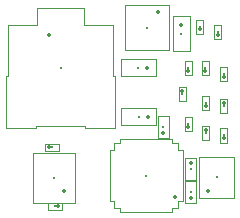
<source format=gbr>
%TF.GenerationSoftware,KiCad,Pcbnew,9.0.4*%
%TF.CreationDate,2025-09-06T17:54:45-07:00*%
%TF.ProjectId,Putting_Device,50757474-696e-4675-9f44-65766963652e,rev?*%
%TF.SameCoordinates,Original*%
%TF.FileFunction,Component,L1,Top*%
%TF.FilePolarity,Positive*%
%FSLAX46Y46*%
G04 Gerber Fmt 4.6, Leading zero omitted, Abs format (unit mm)*
G04 Created by KiCad (PCBNEW 9.0.4) date 2025-09-06 17:54:45*
%MOMM*%
%LPD*%
G01*
G04 APERTURE LIST*
%TA.AperFunction,ComponentMain*%
%ADD10C,0.300000*%
%TD*%
%TA.AperFunction,ComponentOutline,Courtyard*%
%ADD11C,0.100000*%
%TD*%
%TA.AperFunction,ComponentPin*%
%ADD12P,0.360000X4X0.000000*%
%TD*%
%TA.AperFunction,ComponentPin*%
%ADD13C,0.100000*%
%TD*%
G04 APERTURE END LIST*
D10*
%TO.C,C2*%
%TO.CFtp,C_01005_0402Metric*%
%TO.CVal,18pF*%
%TO.CLbN,Capacitor_SMD*%
%TO.CMnt,SMD*%
%TO.CRot,180*%
X130525000Y-73841310D03*
D11*
X131120000Y-73546310D02*
X131120000Y-74136310D01*
X129930000Y-74136310D01*
X129930000Y-73546310D01*
X131120000Y-73546310D01*
D12*
%TO.P,C2,1*%
X130775000Y-73841310D03*
D13*
%TO.P,C2,2*%
X130275000Y-73841310D03*
%TD*%
D10*
%TO.C,C11*%
%TO.CFtp,C_01005_0402Metric*%
%TO.CVal,0.1µF*%
%TO.CLbN,Capacitor_SMD*%
%TO.CMnt,SMD*%
%TO.CRot,90*%
X144800000Y-62616310D03*
D11*
X145095000Y-62021310D02*
X145095000Y-63211310D01*
X144505000Y-63211310D01*
X144505000Y-62021310D01*
X145095000Y-62021310D01*
D12*
%TO.P,C11,1*%
X144800000Y-62866310D03*
D13*
%TO.P,C11,2*%
X144800000Y-62366310D03*
%TD*%
D10*
%TO.C,C16*%
%TO.CFtp,C_01005_0402Metric*%
%TO.CVal,0.1µF*%
%TO.CLbN,Capacitor_SMD*%
%TO.CMnt,SMD*%
%TO.CRot,90*%
X144800000Y-67841310D03*
D11*
X145095000Y-67246310D02*
X145095000Y-68436310D01*
X144505000Y-68436310D01*
X144505000Y-67246310D01*
X145095000Y-67246310D01*
D12*
%TO.P,C16,1*%
X144800000Y-68091310D03*
D13*
%TO.P,C16,2*%
X144800000Y-67591310D03*
%TD*%
D10*
%TO.C,C15*%
%TO.CFtp,C_01005_0402Metric*%
%TO.CVal,0.1µF*%
%TO.CLbN,Capacitor_SMD*%
%TO.CMnt,SMD*%
%TO.CRot,90*%
X144300000Y-59116310D03*
D11*
X144595000Y-58521310D02*
X144595000Y-59711310D01*
X144005000Y-59711310D01*
X144005000Y-58521310D01*
X144595000Y-58521310D01*
D12*
%TO.P,C15,1*%
X144300000Y-59366310D03*
D13*
%TO.P,C15,2*%
X144300000Y-58866310D03*
%TD*%
D10*
%TO.C,C14*%
%TO.CFtp,C_01005_0402Metric*%
%TO.CVal,0.1µF*%
%TO.CLbN,Capacitor_SMD*%
%TO.CMnt,SMD*%
%TO.CRot,90*%
X142800000Y-58616310D03*
D11*
X143095000Y-58021310D02*
X143095000Y-59211310D01*
X142505000Y-59211310D01*
X142505000Y-58021310D01*
X143095000Y-58021310D01*
D12*
%TO.P,C14,1*%
X142800000Y-58866310D03*
D13*
%TO.P,C14,2*%
X142800000Y-58366310D03*
%TD*%
D10*
%TO.C,C12*%
%TO.CFtp,C_01005_0402Metric*%
%TO.CVal,0.1µF*%
%TO.CLbN,Capacitor_SMD*%
%TO.CMnt,SMD*%
%TO.CRot,90*%
X143250000Y-62166310D03*
D11*
X143545000Y-61571310D02*
X143545000Y-62761310D01*
X142955000Y-62761310D01*
X142955000Y-61571310D01*
X143545000Y-61571310D01*
D12*
%TO.P,C12,1*%
X143250000Y-62416310D03*
D13*
%TO.P,C12,2*%
X143250000Y-61916310D03*
%TD*%
D10*
%TO.C,C7*%
%TO.CFtp,C_01005_0402Metric*%
%TO.CVal,0.1µF*%
%TO.CLbN,Capacitor_SMD*%
%TO.CMnt,SMD*%
%TO.CRot,90*%
X141800000Y-66841310D03*
D11*
X142095000Y-66246310D02*
X142095000Y-67436310D01*
X141505000Y-67436310D01*
X141505000Y-66246310D01*
X142095000Y-66246310D01*
D12*
%TO.P,C7,1*%
X141800000Y-67091310D03*
D13*
%TO.P,C7,2*%
X141800000Y-66591310D03*
%TD*%
D10*
%TO.C,C10*%
%TO.CFtp,C_01005_0402Metric*%
%TO.CVal,0.1µF*%
%TO.CLbN,Capacitor_SMD*%
%TO.CMnt,SMD*%
%TO.CRot,-90*%
X141300000Y-64341310D03*
D11*
X141595000Y-63746310D02*
X141595000Y-64936310D01*
X141005000Y-64936310D01*
X141005000Y-63746310D01*
X141595000Y-63746310D01*
D12*
%TO.P,C10,1*%
X141300000Y-64091310D03*
D13*
%TO.P,C10,2*%
X141300000Y-64591310D03*
%TD*%
D10*
%TO.C,C6*%
%TO.CFtp,C_01005_0402Metric*%
%TO.CVal,0.1µF*%
%TO.CLbN,Capacitor_SMD*%
%TO.CMnt,SMD*%
%TO.CRot,-90*%
X143300000Y-67591310D03*
D11*
X143595000Y-66996310D02*
X143595000Y-68186310D01*
X143005000Y-68186310D01*
X143005000Y-66996310D01*
X143595000Y-66996310D01*
D12*
%TO.P,C6,1*%
X143300000Y-67341310D03*
D13*
%TO.P,C6,2*%
X143300000Y-67841310D03*
%TD*%
D10*
%TO.C,C13*%
%TO.CFtp,C_01005_0402Metric*%
%TO.CVal,0.1µF*%
%TO.CLbN,Capacitor_SMD*%
%TO.CMnt,SMD*%
%TO.CRot,90*%
X141800000Y-62116310D03*
D11*
X142095000Y-61521310D02*
X142095000Y-62711310D01*
X141505000Y-62711310D01*
X141505000Y-61521310D01*
X142095000Y-61521310D01*
D12*
%TO.P,C13,1*%
X141800000Y-62366310D03*
D13*
%TO.P,C13,2*%
X141800000Y-61866310D03*
%TD*%
D10*
%TO.C,C1*%
%TO.CFtp,C_01005_0402Metric*%
%TO.CVal,18pF*%
%TO.CLbN,Capacitor_SMD*%
%TO.CMnt,SMD*%
%TO.CRot,0*%
X130300000Y-68841310D03*
D11*
X130895000Y-68546310D02*
X130895000Y-69136310D01*
X129705000Y-69136310D01*
X129705000Y-68546310D01*
X130895000Y-68546310D01*
D12*
%TO.P,C1,1*%
X130050000Y-68841310D03*
D13*
%TO.P,C1,2*%
X130550000Y-68841310D03*
%TD*%
D10*
%TO.C,C9*%
%TO.CFtp,C_01005_0402Metric*%
%TO.CVal,0.1µF*%
%TO.CLbN,Capacitor_SMD*%
%TO.CMnt,SMD*%
%TO.CRot,90*%
X143300000Y-65091310D03*
D11*
X143595000Y-64496310D02*
X143595000Y-65686310D01*
X143005000Y-65686310D01*
X143005000Y-64496310D01*
X143595000Y-64496310D01*
D12*
%TO.P,C9,1*%
X143300000Y-65341310D03*
D13*
%TO.P,C9,2*%
X143300000Y-64841310D03*
%TD*%
D10*
%TO.C,C8*%
%TO.CFtp,C_01005_0402Metric*%
%TO.CVal,0.1µF*%
%TO.CLbN,Capacitor_SMD*%
%TO.CMnt,SMD*%
%TO.CRot,-90*%
X144800000Y-65341310D03*
D11*
X145095000Y-64746310D02*
X145095000Y-65936310D01*
X144505000Y-65936310D01*
X144505000Y-64746310D01*
X145095000Y-64746310D01*
D12*
%TO.P,C8,1*%
X144800000Y-65091310D03*
D13*
%TO.P,C8,2*%
X144800000Y-65591310D03*
%TD*%
D10*
%TO.C,R3*%
%TO.CFtp,R_0402_1005Metric*%
%TO.CVal,4.7kΩ*%
%TO.CLbN,Resistor_SMD*%
%TO.CMnt,SMD*%
%TO.CRot,90*%
X142012500Y-72641310D03*
D11*
X142477500Y-71716310D02*
X142477500Y-73566310D01*
X141547500Y-73566310D01*
X141547500Y-71716310D01*
X142477500Y-71716310D01*
D12*
%TO.P,R3,1*%
X142012500Y-73151310D03*
D13*
%TO.P,R3,2*%
X142012500Y-72131310D03*
%TD*%
D10*
%TO.C,U2*%
%TO.CFtp,LGA-14_3x2.5mm_P0.5mm_LayoutBorder3x4y*%
%TO.CVal,LSM6DS3*%
%TO.CLbN,Package_LGA*%
%TO.CMnt,SMD*%
%TO.CRot,90*%
X144200000Y-71391310D03*
D11*
X145695000Y-69646310D02*
X145695000Y-73136310D01*
X142705000Y-73136310D01*
X142705000Y-69646310D01*
X145695000Y-69646310D01*
D12*
%TO.P,U2,1,SDO/SA0*%
X143450000Y-72553810D03*
D13*
%TO.P,U2,2,SDX*%
X143950000Y-72553810D03*
%TO.P,U2,3,SCX*%
X144450000Y-72553810D03*
%TO.P,U2,4,INT1*%
X144950000Y-72553810D03*
%TO.P,U2,5,VDDIO*%
X145112500Y-71891310D03*
%TO.P,U2,6,GND*%
X145112500Y-71391310D03*
%TO.P,U2,7,GND*%
X145112500Y-70891310D03*
%TO.P,U2,8,VDD*%
X144950000Y-70228810D03*
%TO.P,U2,9,INT2*%
X144450000Y-70228810D03*
%TO.P,U2,10,NC*%
X143950000Y-70228810D03*
%TO.P,U2,11,NC*%
X143450000Y-70228810D03*
%TO.P,U2,12,CS*%
X143287500Y-70891310D03*
%TO.P,U2,13,SCL*%
X143287500Y-71391310D03*
%TO.P,U2,14,SDA*%
X143287500Y-71891310D03*
%TD*%
D10*
%TO.C,C4*%
%TO.CFtp,C_0603_1608Metric*%
%TO.CVal,10µF*%
%TO.CLbN,Capacitor_SMD*%
%TO.CMnt,SMD*%
%TO.CRot,180*%
X137600000Y-66241310D03*
D11*
X139075000Y-65516310D02*
X139075000Y-66966310D01*
X136125000Y-66966310D01*
X136125000Y-65516310D01*
X139075000Y-65516310D01*
D12*
%TO.P,C4,1*%
X138375000Y-66241310D03*
D13*
%TO.P,C4,2*%
X136825000Y-66241310D03*
%TD*%
D10*
%TO.C,U1*%
%TO.CFtp,QFN-40-1EP_5x5mm_P0.4mm_EP3.6x3.6mm*%
%TO.CVal,nRF52820-QDxx*%
%TO.CLbN,Package_DFN_QFN*%
%TO.CMnt,SMD*%
%TO.CRot,180*%
X138237500Y-71241310D03*
D11*
X140412500Y-68146310D02*
X140412500Y-68496310D01*
X140982500Y-68496310D01*
X140982500Y-69066310D01*
X141332500Y-69066310D01*
X141332500Y-73416310D01*
X140982500Y-73416310D01*
X140982500Y-73986310D01*
X140412500Y-73986310D01*
X140412500Y-74336310D01*
X136062500Y-74336310D01*
X136062500Y-73986310D01*
X135492500Y-73986310D01*
X135492500Y-73416310D01*
X135142500Y-73416310D01*
X135142500Y-69066310D01*
X135492500Y-69066310D01*
X135492500Y-68496310D01*
X136062500Y-68496310D01*
X136062500Y-68146310D01*
X140412500Y-68146310D01*
D12*
%TO.P,U1,1,DEC1*%
X140675000Y-73041310D03*
D13*
%TO.P,U1,2,XL1/P0.00*%
X140675000Y-72641310D03*
%TO.P,U1,3,XL2/P0.01*%
X140675000Y-72241310D03*
%TO.P,U1,4,AIN2/P0.04*%
X140675000Y-71841310D03*
%TO.P,U1,5,AIN3/P0.05*%
X140675000Y-71441310D03*
%TO.P,U1,6,P0.06*%
X140675000Y-71041310D03*
%TO.P,U1,7,P0.07*%
X140675000Y-70641310D03*
%TO.P,U1,8,VDD*%
X140675000Y-70241310D03*
%TO.P,U1,9,VDDH*%
X140675000Y-69841310D03*
%TO.P,U1,10,VBUS*%
X140675000Y-69441310D03*
%TO.P,U1,11,DECUSB*%
X140037500Y-68803810D03*
%TO.P,U1,12,D-*%
X139637500Y-68803810D03*
%TO.P,U1,13,D+*%
X139237500Y-68803810D03*
%TO.P,U1,14,P0.14*%
X138837500Y-68803810D03*
%TO.P,U1,15,P0.15*%
X138437500Y-68803810D03*
%TO.P,U1,16,P0.18/~{RESET}*%
X138037500Y-68803810D03*
%TO.P,U1,17,P0.20*%
X137637500Y-68803810D03*
%TO.P,U1,18,VDD*%
X137237500Y-68803810D03*
%TO.P,U1,19,SWDIO*%
X136837500Y-68803810D03*
%TO.P,U1,20,SWDCLK*%
X136437500Y-68803810D03*
%TO.P,U1,21,DEC5*%
X135800000Y-69441310D03*
%TO.P,U1,22,P0.16*%
X135800000Y-69841310D03*
%TO.P,U1,23,P0.17*%
X135800000Y-70241310D03*
%TO.P,U1,24,ANT*%
X135800000Y-70641310D03*
%TO.P,U1,25,VSS_PA*%
X135800000Y-71041310D03*
%TO.P,U1,26,DEC6*%
X135800000Y-71441310D03*
%TO.P,U1,27,DEC3*%
X135800000Y-71841310D03*
%TO.P,U1,28,XC1*%
X135800000Y-72241310D03*
%TO.P,U1,29,XC2*%
X135800000Y-72641310D03*
%TO.P,U1,30,VDD*%
X135800000Y-73041310D03*
%TO.P,U1,31,P0.08*%
X136437500Y-73678810D03*
%TO.P,U1,32,P0.29*%
X136837500Y-73678810D03*
%TO.P,U1,33,P0.30*%
X137237500Y-73678810D03*
%TO.P,U1,34,P0.28*%
X137637500Y-73678810D03*
%TO.P,U1,35,AIN1/P0.03*%
X138037500Y-73678810D03*
%TO.P,U1,36,AIN0/P0.02*%
X138437500Y-73678810D03*
%TO.P,U1,37,VSS*%
X138837500Y-73678810D03*
%TO.P,U1,38,DEC4*%
X139237500Y-73678810D03*
%TO.P,U1,39,DCC*%
X139637500Y-73678810D03*
%TO.P,U1,40,VDD*%
X140037500Y-73678810D03*
%TO.P,U1,41,VSS*%
X138237500Y-71241310D03*
%TD*%
D10*
%TO.C,C3*%
%TO.CFtp,C_0603_1608Metric*%
%TO.CVal,1µF*%
%TO.CLbN,Capacitor_SMD*%
%TO.CMnt,SMD*%
%TO.CRot,180*%
X137575000Y-62091310D03*
D11*
X139050000Y-61366310D02*
X139050000Y-62816310D01*
X136100000Y-62816310D01*
X136100000Y-61366310D01*
X139050000Y-61366310D01*
D12*
%TO.P,C3,1*%
X138350000Y-62091310D03*
D13*
%TO.P,C3,2*%
X136800000Y-62091310D03*
%TD*%
D10*
%TO.C,R2*%
%TO.CFtp,R_0402_1005Metric*%
%TO.CVal,4.7kΩ*%
%TO.CLbN,Resistor_SMD*%
%TO.CMnt,SMD*%
%TO.CRot,-90*%
X142012500Y-70691310D03*
D11*
X142477500Y-69766310D02*
X142477500Y-71616310D01*
X141547500Y-71616310D01*
X141547500Y-69766310D01*
X142477500Y-69766310D01*
D12*
%TO.P,R2,1*%
X142012500Y-70181310D03*
D13*
%TO.P,R2,2*%
X142012500Y-71201310D03*
%TD*%
D10*
%TO.C,C5*%
%TO.CFtp,C_0603_1608Metric*%
%TO.CVal,1µF*%
%TO.CLbN,Capacitor_SMD*%
%TO.CMnt,SMD*%
%TO.CRot,-90*%
X141200000Y-59241310D03*
D11*
X141925000Y-57766310D02*
X141925000Y-60716310D01*
X140475000Y-60716310D01*
X140475000Y-57766310D01*
X141925000Y-57766310D01*
D12*
%TO.P,C5,1*%
X141200000Y-58466310D03*
D13*
%TO.P,C5,2*%
X141200000Y-60016310D03*
%TD*%
D10*
%TO.C,R1*%
%TO.CFtp,R_0402_1005Metric*%
%TO.CVal,10kΩ*%
%TO.CLbN,Resistor_SMD*%
%TO.CMnt,SMD*%
%TO.CRot,90*%
X139700000Y-67091310D03*
D11*
X140165000Y-66166310D02*
X140165000Y-68016310D01*
X139235000Y-68016310D01*
X139235000Y-66166310D01*
X140165000Y-66166310D01*
D12*
%TO.P,R1,1*%
X139700000Y-67601310D03*
D13*
%TO.P,R1,2*%
X139700000Y-66581310D03*
%TD*%
D10*
%TO.C,U3*%
%TO.CFtp,DFN-6-1EP_3x3mm_P0.95mm_EP1.7x2.6mm*%
%TO.CVal,LDO40LPU33RY*%
%TO.CLbN,Package_DFN_QFN*%
%TO.CMnt,SMD*%
%TO.CRot,-90*%
X138300000Y-58716310D03*
D11*
X140145000Y-56821310D02*
X140145000Y-60611310D01*
X136455000Y-60611310D01*
X136455000Y-56821310D01*
X140145000Y-56821310D01*
D12*
%TO.P,U3,1,GND*%
X139250000Y-57376310D03*
D13*
%TO.P,U3,2,EN*%
X138300000Y-57376310D03*
%TO.P,U3,3,Vin*%
X137350000Y-57376310D03*
%TO.P,U3,4,Vout*%
X137350000Y-60056310D03*
%TO.P,U3,5,Vsense*%
X138300000Y-60056310D03*
%TO.P,U3,6,NC*%
X139250000Y-60056310D03*
%TO.P,U3,7,GND*%
X138300000Y-58716310D03*
%TD*%
D10*
%TO.C,BT1*%
%TO.CFtp,JST_PH_S2B-PH-SM4-TB_1x02-1MP_P2.00mm_Horizontal*%
%TO.CVal,3.7V Ultra-Thin LiPo Battery*%
%TO.CLbN,Connector_JST*%
%TO.CMnt,SMD*%
%TO.CRot,0*%
X131000000Y-62141310D03*
D11*
X132995000Y-57046310D02*
X132995000Y-58446310D01*
X135445000Y-58446310D01*
X135445000Y-62836310D01*
X135595000Y-62836310D01*
X135595000Y-67236310D01*
X133105000Y-67236310D01*
X133105000Y-67036310D01*
X128895000Y-67036310D01*
X128895000Y-67236310D01*
X126405000Y-67236310D01*
X126405000Y-62836310D01*
X126555000Y-62836310D01*
X126555000Y-58446310D01*
X129005000Y-58446310D01*
X129005000Y-57046310D01*
X132995000Y-57046310D01*
D12*
%TO.P,BT1,1,+*%
X130000000Y-59291310D03*
D13*
%TO.P,BT1,2,-*%
X132000000Y-59291310D03*
%TO.P,BT1,MP*%
X127650000Y-65041310D03*
X134350000Y-65041310D03*
%TD*%
D10*
%TO.C,Y1*%
%TO.CFtp,Crystal_SMD_3225-4Pin_3.2x2.5mm*%
%TO.CVal,32MHz*%
%TO.CLbN,Crystal*%
%TO.CMnt,SMD*%
%TO.CRot,90*%
X130450000Y-71441310D03*
D11*
X132195000Y-69346310D02*
X132195000Y-73536310D01*
X128705000Y-73536310D01*
X128705000Y-69346310D01*
X132195000Y-69346310D01*
D12*
%TO.P,Y1,1,1*%
X131300000Y-72541310D03*
D13*
%TO.P,Y1,2,2*%
X131300000Y-70341310D03*
%TO.P,Y1,3,3*%
X129600000Y-70341310D03*
%TO.P,Y1,4,4*%
X129600000Y-72541310D03*
%TD*%
M02*

</source>
